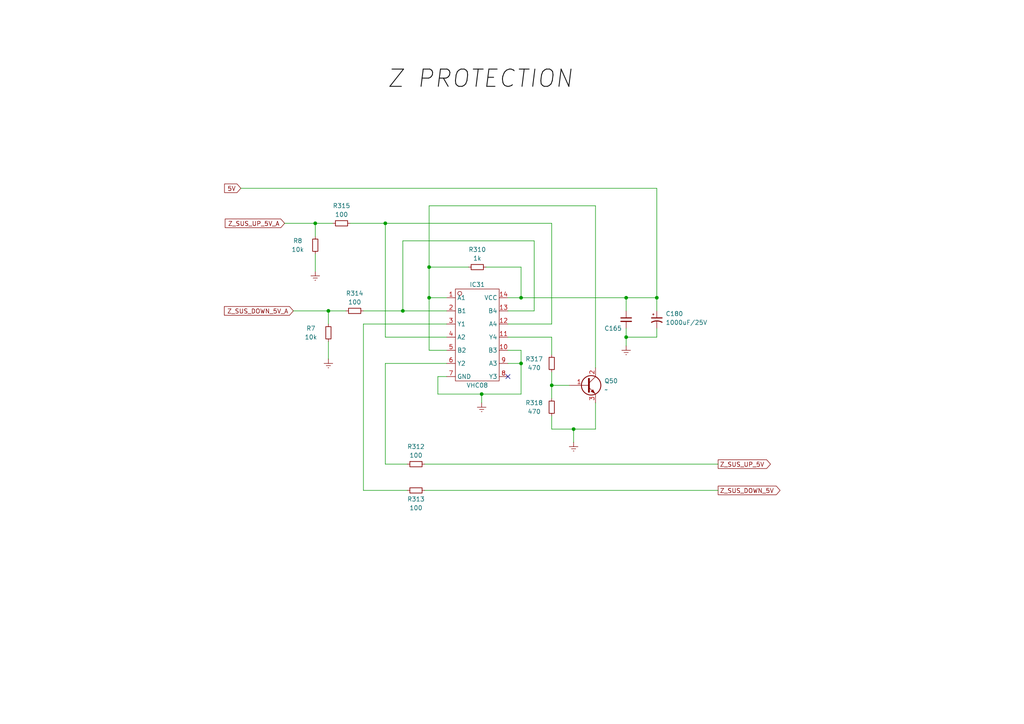
<source format=kicad_sch>
(kicad_sch (version 20231120) (generator "eeschema") (generator_version "8.0")
  (paper "A4")
  (title_block (title "X BOARD LG PLASMA TV PANEL") (date "2025-04-03") (rev "1.0") (comment 1 "Author: Fábio Pereira da Silva") (comment 2 "Z PROTECTION"))
  (lib_symbols
    (symbol "Device:C_Polarized_Small_US" (pin_numbers hide) (pin_names (offset 0.254) hide)
      (property "Reference" "C" (at 0.254 1.778 0))
      (property "Value" "C_Polarized_Small_US" (at 0.254 -2.032 0))
      (symbol "C_Polarized_Small_US_0_1"
        (polyline (pts (xy -1.524 0.508) (xy 1.524 0.508)) (stroke (width 0.3048)))
        (polyline (pts (xy -1.27 1.524) (xy -0.762 1.524)))
        (polyline (pts (xy -1.016 1.27) (xy -1.016 1.778)))
        (arc (start 1.524 -0.762) (mid 0 -0.3734) (end -1.524 -0.762) (stroke (width 0.3048)))
      )
      (symbol "C_Polarized_Small_US_1_1"
        (pin passive line (at 0 2.54 270) (length 2.032) (name "~") (number "1"))
        (pin passive line (at 0 -2.54 90) (length 2.032) (name "~") (number "2"))
      )
    )
    (symbol "Device:C_Small" (pin_numbers hide) (pin_names (offset 0.254) hide)
      (property "Reference" "C" (at 0.254 1.778 0))
      (property "Value" "C_Small" (at 0.254 -2.032 0))
      (symbol "C_Small_0_1"
        (polyline (pts (xy -1.524 -0.508) (xy 1.524 -0.508)) (stroke (width 0.3302)))
        (polyline (pts (xy -1.524 0.508) (xy 1.524 0.508)) (stroke (width 0.3048)))
      )
      (symbol "C_Small_1_1"
        (pin passive line (at 0 2.54 270) (length 2.032) (name "~") (number "1"))
        (pin passive line (at 0 -2.54 90) (length 2.032) (name "~") (number "2"))
      )
    )
    (symbol "Device:Q_NPN_BCE" (pin_names (offset 0) hide)
      (property "Reference" "Q" (at 5.08 1.27 0))
      (property "Value" "Q_NPN_BCE" (at 5.08 -1.27 0))
      (symbol "Q_NPN_BCE_0_1"
        (polyline (pts (xy 0.635 0.635) (xy 2.54 2.54)))
        (polyline (pts (xy 0.635 -0.635) (xy 2.54 -2.54) (xy 2.54 -2.54)))
        (polyline (pts (xy 0.635 1.905) (xy 0.635 -1.905) (xy 0.635 -1.905)) (stroke (width 0.508)))
        (polyline (pts (xy 1.27 -1.778) (xy 1.778 -1.27) (xy 2.286 -2.286) (xy 1.27 -1.778) (xy 1.27 -1.778)) (fill (type outline)))
        (circle (center 1.27 0) (radius 2.8194) (stroke (width 0.254)))
      )
      (symbol "Q_NPN_BCE_1_1"
        (pin input line (at -5.08 0 0) (length 5.715) (name "B") (number "1"))
        (pin passive line (at 2.54 5.08 270) (length 2.54) (name "C") (number "2"))
        (pin passive line (at 2.54 -5.08 90) (length 2.54) (name "E") (number "3"))
      )
    )
    (symbol "Device:R_Small" (pin_numbers hide) (pin_names (offset 0.254) hide)
      (property "Reference" "R" (at 0.762 0.508 0))
      (property "Value" "R_Small" (at 0.762 -1.016 0))
      (symbol "R_Small_0_1"
        (rectangle (start -0.762 1.778) (end 0.762 -1.778) (stroke (width 0.2032)))
      )
      (symbol "R_Small_1_1"
        (pin passive line (at 0 2.54 270) (length 0.762) (name "~") (number "1"))
        (pin passive line (at 0 -2.54 90) (length 0.762) (name "~") (number "2"))
      )
    )
    (symbol "irf_s21850:VHC08"
      (property "Reference" "U" (at 0 0.762 0))
      (property "Value" "VHC08" (at 0 -27.94 0))
      (symbol "VHC08_0_1"
        (rectangle (start -6.35 0) (end 6.35 -26.67))
        (circle (center -5.08 -1.27) (radius 0.57))
      )
      (symbol "VHC08_1_1"
        (pin input line (at -8.89 -2.54 0) (length 2.54) (name "A1") (number "1"))
        (pin input line (at 8.89 -17.78 180) (length 2.54) (name "B3") (number "10"))
        (pin output line (at 8.89 -13.97 180) (length 2.54) (name "Y4") (number "11"))
        (pin input line (at 8.89 -10.16 180) (length 2.54) (name "A4") (number "12"))
        (pin input line (at 8.89 -6.35 180) (length 2.54) (name "B4") (number "13"))
        (pin power_in line (at 8.89 -2.54 180) (length 2.54) (name "VCC") (number "14"))
        (pin input line (at -8.89 -6.35 0) (length 2.54) (name "B1") (number "2"))
        (pin output line (at -8.89 -10.16 0) (length 2.54) (name "Y1") (number "3"))
        (pin input line (at -8.89 -13.97 0) (length 2.54) (name "A2") (number "4"))
        (pin input line (at -8.89 -17.78 0) (length 2.54) (name "B2") (number "5"))
        (pin output line (at -8.89 -21.59 0) (length 2.54) (name "Y2") (number "6"))
        (pin power_in line (at -8.89 -25.4 0) (length 2.54) (name "GND") (number "7"))
        (pin output line (at 8.89 -25.4 180) (length 2.54) (name "Y3") (number "8"))
        (pin input line (at 8.89 -21.59 180) (length 2.54) (name "A3") (number "9"))
      )
    )
    (symbol "power:Earth" (power) (pin_numbers hide) (pin_names (offset 0) hide)
      (property "Value" "Earth" (at 0 -3.81 0))
      (symbol "Earth_0_1"
        (polyline (pts (xy -0.635 -1.905) (xy 0.635 -1.905)))
        (polyline (pts (xy -0.127 -2.54) (xy 0.127 -2.54)))
        (polyline (pts (xy 0 -1.27) (xy 0 0)))
        (polyline (pts (xy 1.27 -1.27) (xy -1.27 -1.27)))
      )
      (symbol "Earth_1_1"
        (pin power_in line (at 0 0 270) (length 0) (name "~") (number "1"))
      )
    )
  )
  (junction (at 160.02 111.76))
  (junction (at 151.13 105.41))
  (junction (at 95.25 90.17))
  (junction (at 181.61 86.36))
  (junction (at 124.46 86.36))
  (junction (at 116.84 90.17))
  (junction (at 190.5 86.36))
  (junction (at 91.44 64.77))
  (junction (at 124.46 77.47))
  (junction (at 166.37 124.46))
  (junction (at 139.7 114.3))
  (junction (at 181.61 97.79))
  (junction (at 151.13 86.36))
  (junction (at 111.76 64.77))
  (no_connect (at 147.32 109.22))
  (wire (pts (xy 116.84 69.85) (xy 154.94 69.85)))
  (wire (pts (xy 111.76 134.62) (xy 111.76 105.41)))
  (wire (pts (xy 127 114.3) (xy 139.7 114.3)))
  (wire (pts (xy 147.32 86.36) (xy 151.13 86.36)))
  (wire (pts (xy 190.5 90.17) (xy 190.5 86.36)))
  (wire (pts (xy 82.55 64.77) (xy 91.44 64.77)))
  (wire (pts (xy 124.46 77.47) (xy 124.46 86.36)))
  (wire (pts (xy 160.02 102.87) (xy 160.02 97.79)))
  (wire (pts (xy 160.02 107.95) (xy 160.02 111.76)))
  (wire (pts (xy 160.02 93.98) (xy 147.32 93.98)))
  (wire (pts (xy 95.25 99.06) (xy 95.25 104.14)))
  (wire (pts (xy 96.52 64.77) (xy 91.44 64.77)))
  (wire (pts (xy 151.13 77.47) (xy 151.13 86.36)))
  (wire (pts (xy 95.25 90.17) (xy 95.25 93.98)))
  (wire (pts (xy 166.37 124.46) (xy 166.37 128.27)))
  (wire (pts (xy 160.02 124.46) (xy 166.37 124.46)))
  (wire (pts (xy 118.11 142.24) (xy 105.41 142.24)))
  (wire (pts (xy 160.02 111.76) (xy 165.1 111.76)))
  (wire (pts (xy 172.72 124.46) (xy 166.37 124.46)))
  (wire (pts (xy 111.76 64.77) (xy 160.02 64.77)))
  (wire (pts (xy 160.02 64.77) (xy 160.02 93.98)))
  (wire (pts (xy 172.72 59.69) (xy 124.46 59.69)))
  (wire (pts (xy 160.02 111.76) (xy 160.02 115.57)))
  (wire (pts (xy 127 114.3) (xy 127 109.22)))
  (wire (pts (xy 116.84 90.17) (xy 116.84 69.85)))
  (wire (pts (xy 172.72 116.84) (xy 172.72 124.46)))
  (wire (pts (xy 124.46 59.69) (xy 124.46 77.47)))
  (wire (pts (xy 124.46 101.6) (xy 124.46 86.36)))
  (wire (pts (xy 139.7 114.3) (xy 151.13 114.3)))
  (wire (pts (xy 139.7 116.84) (xy 139.7 114.3)))
  (wire (pts (xy 181.61 95.25) (xy 181.61 97.79)))
  (wire (pts (xy 101.6 64.77) (xy 111.76 64.77)))
  (wire (pts (xy 190.5 54.61) (xy 190.5 86.36)))
  (wire (pts (xy 190.5 86.36) (xy 181.61 86.36)))
  (wire (pts (xy 147.32 101.6) (xy 151.13 101.6)))
  (wire (pts (xy 140.97 77.47) (xy 151.13 77.47)))
  (wire (pts (xy 118.11 134.62) (xy 111.76 134.62)))
  (wire (pts (xy 181.61 86.36) (xy 181.61 90.17)))
  (wire (pts (xy 123.19 134.62) (xy 208.28 134.62)))
  (wire (pts (xy 190.5 95.25) (xy 190.5 97.79)))
  (wire (pts (xy 111.76 64.77) (xy 111.76 97.79)))
  (wire (pts (xy 129.54 101.6) (xy 124.46 101.6)))
  (wire (pts (xy 91.44 73.66) (xy 91.44 78.74)))
  (wire (pts (xy 190.5 97.79) (xy 181.61 97.79)))
  (wire (pts (xy 100.33 90.17) (xy 95.25 90.17)))
  (wire (pts (xy 69.85 54.61) (xy 190.5 54.61)))
  (wire (pts (xy 151.13 101.6) (xy 151.13 105.41)))
  (wire (pts (xy 123.19 142.24) (xy 208.28 142.24)))
  (wire (pts (xy 135.89 77.47) (xy 124.46 77.47)))
  (wire (pts (xy 105.41 90.17) (xy 116.84 90.17)))
  (wire (pts (xy 127 109.22) (xy 129.54 109.22)))
  (wire (pts (xy 116.84 90.17) (xy 129.54 90.17)))
  (wire (pts (xy 91.44 64.77) (xy 91.44 68.58)))
  (wire (pts (xy 105.41 142.24) (xy 105.41 93.98)))
  (wire (pts (xy 154.94 69.85) (xy 154.94 90.17)))
  (wire (pts (xy 154.94 90.17) (xy 147.32 90.17)))
  (wire (pts (xy 151.13 86.36) (xy 181.61 86.36)))
  (wire (pts (xy 160.02 120.65) (xy 160.02 124.46)))
  (wire (pts (xy 172.72 106.68) (xy 172.72 59.69)))
  (wire (pts (xy 160.02 97.79) (xy 147.32 97.79)))
  (wire (pts (xy 151.13 105.41) (xy 151.13 114.3)))
  (wire (pts (xy 111.76 105.41) (xy 129.54 105.41)))
  (wire (pts (xy 111.76 97.79) (xy 129.54 97.79)))
  (wire (pts (xy 105.41 93.98) (xy 129.54 93.98)))
  (wire (pts (xy 151.13 105.41) (xy 147.32 105.41)))
  (wire (pts (xy 124.46 86.36) (xy 129.54 86.36)))
  (wire (pts (xy 181.61 97.79) (xy 181.61 100.33)))
  (wire (pts (xy 85.09 90.17) (xy 95.25 90.17)))
  (label "Z PROTECTION" (at 166.37 26.67 180) (effects (font (size 5 5) (thickness 0.254) (bold yes) (italic yes))))
  (global_label "Z_SUS_UP_5V" (shape output) (at 208.28 134.62 0) (property "Intersheetrefs" "${INTERSHEET_REFS}" (effects (hide yes))))
  (global_label "Z_SUS_UP_5V_A" (shape input) (at 82.55 64.77 180) (property "Intersheetrefs" "${INTERSHEET_REFS}" (effects (hide yes))))
  (global_label "5V" (shape input) (at 69.85 54.61 180) (property "Intersheetrefs" "${INTERSHEET_REFS}" (effects (hide yes))))
  (global_label "Z_SUS_DOWN_5V_A" (shape input) (at 85.09 90.17 180) (property "Intersheetrefs" "${INTERSHEET_REFS}" (effects (hide yes))))
  (global_label "Z_SUS_DOWN_5V" (shape output) (at 208.28 142.24 0) (property "Intersheetrefs" "${INTERSHEET_REFS}" (effects (hide yes))))
  (symbol (lib_id "Device:R_Small") (at 120.65 142.24 90) (unit 1)
    (property "Reference" "R313" (at 120.65 144.78 90))
    (property "Value" "100" (at 120.65 147.32 90))
    (property "Description" "Resistor, small symbol" (effects (hide yes)))
  )
  (symbol (lib_id "power:Earth") (at 181.61 100.33 0) (unit 1)
    (property "Reference" "#PWR16" (effects (hide yes)))
    (property "Value" "Earth" (effects (hide yes)))
    (property "Description" "Power symbol creates a global label with name \"Earth\"" (effects (hide yes)))
  )
  (symbol (lib_id "power:Earth") (at 166.37 128.27 0) (unit 1)
    (property "Reference" "#PWR19" (effects (hide yes)))
    (property "Value" "Earth" (effects (hide yes)))
    (property "Description" "Power symbol creates a global label with name \"Earth\"" (effects (hide yes)))
  )
  (symbol (lib_id "Device:R_Small") (at 138.43 77.47 90) (unit 1)
    (property "Reference" "R310" (at 138.43 72.39 90))
    (property "Value" "1k" (at 138.43 74.93 90))
    (property "Description" "Resistor, small symbol" (effects (hide yes)))
  )
  (symbol (lib_id "Device:R_Small") (at 120.65 134.62 90) (unit 1)
    (property "Reference" "R312" (at 120.65 129.54 90))
    (property "Value" "100" (at 120.65 132.08 90))
    (property "Description" "Resistor, small symbol" (effects (hide yes)))
  )
  (symbol (lib_id "irf_s21850:VHC08") (at 138.43 83.82 0) (unit 1)
    (property "Reference" "IC31" (at 138.43 82.55 0))
    (property "Value" "VHC08" (at 138.43 111.76 0))
    (property "Datasheet" "https://www.onsemi.com/pdf/datasheet/mc74vhc08-d.pdf" (effects (hide yes)))
  )
  (symbol (lib_id "power:Earth") (at 139.7 116.84 0) (unit 1)
    (property "Reference" "#PWR15" (effects (hide yes)))
    (property "Value" "Earth" (effects (hide yes)))
    (property "Description" "Power symbol creates a global label with name \"Earth\"" (effects (hide yes)))
  )
  (symbol (lib_id "Device:R_Small") (at 99.06 64.77 90) (unit 1)
    (property "Reference" "R315" (at 99.06 59.69 90))
    (property "Value" "100" (at 99.06 62.23 90))
    (property "Description" "Resistor, small symbol" (effects (hide yes)))
  )
  (symbol (lib_id "Device:C_Small") (at 181.61 92.71 0) (unit 1)
    (property "Reference" "C165" (at 175.26 95.25 0) (effects (justify left)))
    (property "Value" "C_Small" (effects (hide yes)))
    (property "Description" "Unpolarized capacitor, small symbol" (effects (hide yes)))
  )
  (symbol (lib_id "Device:R_Small") (at 102.87 90.17 90) (unit 1)
    (property "Reference" "R314" (at 102.87 85.09 90))
    (property "Value" "100" (at 102.87 87.63 90))
    (property "Description" "Resistor, small symbol" (effects (hide yes)))
  )
  (symbol (lib_id "Device:Q_NPN_BCE") (at 170.18 111.76 0) (unit 1)
    (property "Reference" "Q50" (at 175.26 110.4899 0) (effects (justify left)))
    (property "Value" "~" (at 175.26 113.0299 0) (effects (justify left)))
    (property "Description" "NPN transistor, base/collector/emitter" (effects (hide yes)))
  )
  (symbol (lib_id "Device:R_Small") (at 91.44 71.12 0) (unit 1)
    (property "Reference" "R8" (at 86.36 69.85 0))
    (property "Value" "10k" (at 86.36 72.39 0))
    (property "Description" "Resistor, small symbol" (effects (hide yes)))
  )
  (symbol (lib_id "power:Earth") (at 91.44 78.74 0) (unit 1)
    (property "Reference" "#PWR18" (effects (hide yes)))
    (property "Value" "Earth" (effects (hide yes)))
    (property "Description" "Power symbol creates a global label with name \"Earth\"" (effects (hide yes)))
  )
  (symbol (lib_id "Device:R_Small") (at 160.02 105.41 0) (unit 1)
    (property "Reference" "R317" (at 154.94 104.14 0))
    (property "Value" "470" (at 154.94 106.68 0))
    (property "Description" "Resistor, small symbol" (effects (hide yes)))
  )
  (symbol (lib_id "Device:R_Small") (at 160.02 118.11 0) (unit 1)
    (property "Reference" "R318" (at 154.94 116.84 0))
    (property "Value" "470" (at 154.94 119.38 0))
    (property "Description" "Resistor, small symbol" (effects (hide yes)))
  )
  (symbol (lib_id "power:Earth") (at 95.25 104.14 0) (unit 1)
    (property "Reference" "#PWR17" (effects (hide yes)))
    (property "Value" "Earth" (effects (hide yes)))
    (property "Description" "Power symbol creates a global label with name \"Earth\"" (effects (hide yes)))
  )
  (symbol (lib_id "Device:C_Polarized_Small_US") (at 190.5 92.71 0) (unit 1)
    (property "Reference" "C180" (at 193.04 91.0081 0) (effects (justify left)))
    (property "Value" "1000uF/25V" (at 193.04 93.5481 0) (effects (justify left)))
    (property "Description" "Polarized capacitor, small US symbol" (effects (hide yes)))
  )
  (symbol (lib_id "Device:R_Small") (at 95.25 96.52 0) (unit 1)
    (property "Reference" "R7" (at 90.17 95.25 0))
    (property "Value" "10k" (at 90.17 97.79 0))
    (property "Description" "Resistor, small symbol" (effects (hide yes)))
  )
)
</source>
